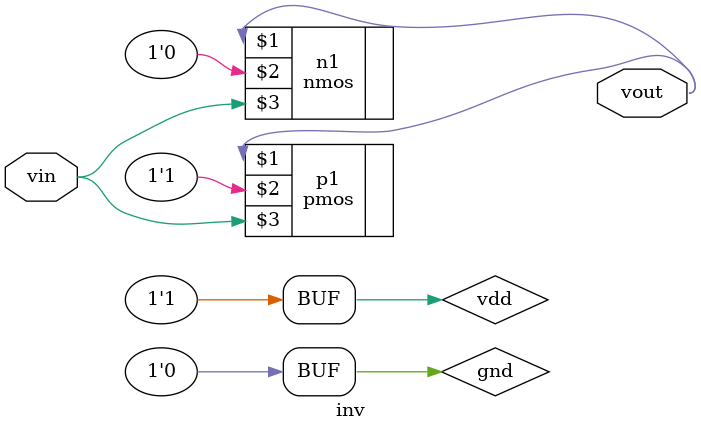
<source format=v>

module inv (

	input	vin,
	output	vout

);

	supply1 vdd;
	supply0 gnd;
	
	pmos p1 (vout, vdd, vin);
	nmos n1 (vout, gnd, vin);

endmodule
</source>
